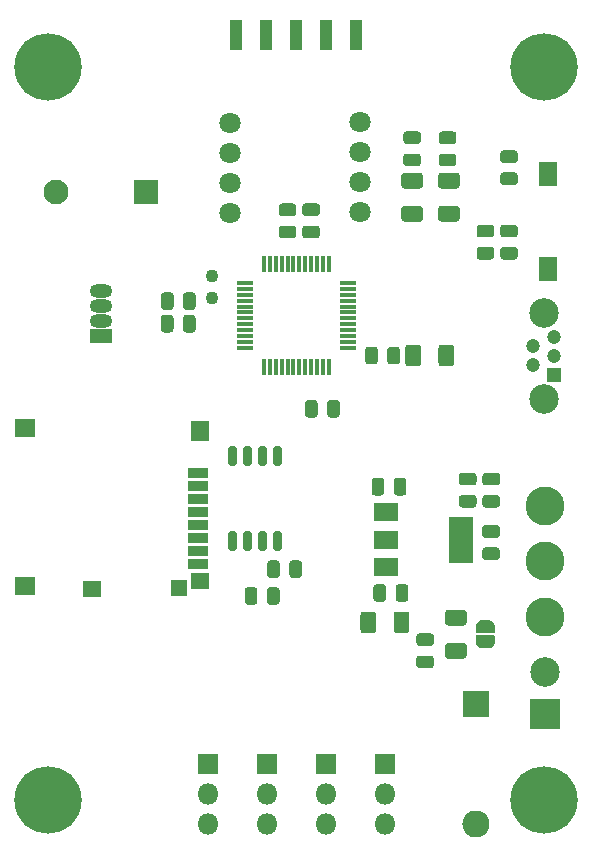
<source format=gts>
%TF.GenerationSoftware,KiCad,Pcbnew,(5.1.6-0-10_14)*%
%TF.CreationDate,2021-05-13T11:26:55+02:00*%
%TF.ProjectId,ControlUnit,436f6e74-726f-46c5-956e-69742e6b6963,rev?*%
%TF.SameCoordinates,Original*%
%TF.FileFunction,Soldermask,Top*%
%TF.FilePolarity,Negative*%
%FSLAX46Y46*%
G04 Gerber Fmt 4.6, Leading zero omitted, Abs format (unit mm)*
G04 Created by KiCad (PCBNEW (5.1.6-0-10_14)) date 2021-05-13 11:26:55*
%MOMM*%
%LPD*%
G01*
G04 APERTURE LIST*
%ADD10R,2.100000X2.100000*%
%ADD11C,2.100000*%
%ADD12R,1.900000X1.170000*%
%ADD13O,1.900000X1.170000*%
%ADD14R,2.500000X2.500000*%
%ADD15C,2.500000*%
%ADD16R,1.200000X1.200000*%
%ADD17C,1.200000*%
%ADD18R,1.800000X1.800000*%
%ADD19O,1.800000X1.800000*%
%ADD20C,1.800000*%
%ADD21R,1.600000X2.100000*%
%ADD22R,1.400000X0.350000*%
%ADD23R,0.350000X1.400000*%
%ADD24R,2.100000X3.900000*%
%ADD25R,2.100000X1.600000*%
%ADD26C,1.100000*%
%ADD27C,5.700000*%
%ADD28C,3.300000*%
%ADD29C,0.100000*%
%ADD30R,1.100000X2.600000*%
%ADD31R,1.700000X0.900000*%
%ADD32R,1.600000X1.390000*%
%ADD33R,1.400000X1.390000*%
%ADD34R,1.500000X1.390000*%
%ADD35R,1.800000X1.600000*%
%ADD36R,1.600000X1.800000*%
%ADD37R,2.300000X2.300000*%
%ADD38O,2.300000X2.300000*%
G04 APERTURE END LIST*
D10*
%TO.C,BZ1*%
X112268000Y-64516000D03*
D11*
X104668000Y-64516000D03*
%TD*%
%TO.C,C1*%
G36*
G01*
X127600000Y-83381250D02*
X127600000Y-82418750D01*
G75*
G02*
X127868750Y-82150000I268750J0D01*
G01*
X128406250Y-82150000D01*
G75*
G02*
X128675000Y-82418750I0J-268750D01*
G01*
X128675000Y-83381250D01*
G75*
G02*
X128406250Y-83650000I-268750J0D01*
G01*
X127868750Y-83650000D01*
G75*
G02*
X127600000Y-83381250I0J268750D01*
G01*
G37*
G36*
G01*
X125725000Y-83381250D02*
X125725000Y-82418750D01*
G75*
G02*
X125993750Y-82150000I268750J0D01*
G01*
X126531250Y-82150000D01*
G75*
G02*
X126800000Y-82418750I0J-268750D01*
G01*
X126800000Y-83381250D01*
G75*
G02*
X126531250Y-83650000I-268750J0D01*
G01*
X125993750Y-83650000D01*
G75*
G02*
X125725000Y-83381250I0J268750D01*
G01*
G37*
%TD*%
%TO.C,C4*%
G36*
G01*
X124731250Y-68475000D02*
X123768750Y-68475000D01*
G75*
G02*
X123500000Y-68206250I0J268750D01*
G01*
X123500000Y-67668750D01*
G75*
G02*
X123768750Y-67400000I268750J0D01*
G01*
X124731250Y-67400000D01*
G75*
G02*
X125000000Y-67668750I0J-268750D01*
G01*
X125000000Y-68206250D01*
G75*
G02*
X124731250Y-68475000I-268750J0D01*
G01*
G37*
G36*
G01*
X124731250Y-66600000D02*
X123768750Y-66600000D01*
G75*
G02*
X123500000Y-66331250I0J268750D01*
G01*
X123500000Y-65793750D01*
G75*
G02*
X123768750Y-65525000I268750J0D01*
G01*
X124731250Y-65525000D01*
G75*
G02*
X125000000Y-65793750I0J-268750D01*
G01*
X125000000Y-66331250D01*
G75*
G02*
X124731250Y-66600000I-268750J0D01*
G01*
G37*
%TD*%
%TO.C,C7*%
G36*
G01*
X125768750Y-65525000D02*
X126731250Y-65525000D01*
G75*
G02*
X127000000Y-65793750I0J-268750D01*
G01*
X127000000Y-66331250D01*
G75*
G02*
X126731250Y-66600000I-268750J0D01*
G01*
X125768750Y-66600000D01*
G75*
G02*
X125500000Y-66331250I0J268750D01*
G01*
X125500000Y-65793750D01*
G75*
G02*
X125768750Y-65525000I268750J0D01*
G01*
G37*
G36*
G01*
X125768750Y-67400000D02*
X126731250Y-67400000D01*
G75*
G02*
X127000000Y-67668750I0J-268750D01*
G01*
X127000000Y-68206250D01*
G75*
G02*
X126731250Y-68475000I-268750J0D01*
G01*
X125768750Y-68475000D01*
G75*
G02*
X125500000Y-68206250I0J268750D01*
G01*
X125500000Y-67668750D01*
G75*
G02*
X125768750Y-67400000I268750J0D01*
G01*
G37*
%TD*%
%TO.C,C8*%
G36*
G01*
X114600000Y-75218750D02*
X114600000Y-76181250D01*
G75*
G02*
X114331250Y-76450000I-268750J0D01*
G01*
X113793750Y-76450000D01*
G75*
G02*
X113525000Y-76181250I0J268750D01*
G01*
X113525000Y-75218750D01*
G75*
G02*
X113793750Y-74950000I268750J0D01*
G01*
X114331250Y-74950000D01*
G75*
G02*
X114600000Y-75218750I0J-268750D01*
G01*
G37*
G36*
G01*
X116475000Y-75218750D02*
X116475000Y-76181250D01*
G75*
G02*
X116206250Y-76450000I-268750J0D01*
G01*
X115668750Y-76450000D01*
G75*
G02*
X115400000Y-76181250I0J268750D01*
G01*
X115400000Y-75218750D01*
G75*
G02*
X115668750Y-74950000I268750J0D01*
G01*
X116206250Y-74950000D01*
G75*
G02*
X116475000Y-75218750I0J-268750D01*
G01*
G37*
%TD*%
%TO.C,C9*%
G36*
G01*
X133242000Y-89981250D02*
X133242000Y-89018750D01*
G75*
G02*
X133510750Y-88750000I268750J0D01*
G01*
X134048250Y-88750000D01*
G75*
G02*
X134317000Y-89018750I0J-268750D01*
G01*
X134317000Y-89981250D01*
G75*
G02*
X134048250Y-90250000I-268750J0D01*
G01*
X133510750Y-90250000D01*
G75*
G02*
X133242000Y-89981250I0J268750D01*
G01*
G37*
G36*
G01*
X131367000Y-89981250D02*
X131367000Y-89018750D01*
G75*
G02*
X131635750Y-88750000I268750J0D01*
G01*
X132173250Y-88750000D01*
G75*
G02*
X132442000Y-89018750I0J-268750D01*
G01*
X132442000Y-89981250D01*
G75*
G02*
X132173250Y-90250000I-268750J0D01*
G01*
X131635750Y-90250000D01*
G75*
G02*
X131367000Y-89981250I0J268750D01*
G01*
G37*
%TD*%
%TO.C,C19*%
G36*
G01*
X122525000Y-96981250D02*
X122525000Y-96018750D01*
G75*
G02*
X122793750Y-95750000I268750J0D01*
G01*
X123331250Y-95750000D01*
G75*
G02*
X123600000Y-96018750I0J-268750D01*
G01*
X123600000Y-96981250D01*
G75*
G02*
X123331250Y-97250000I-268750J0D01*
G01*
X122793750Y-97250000D01*
G75*
G02*
X122525000Y-96981250I0J268750D01*
G01*
G37*
G36*
G01*
X124400000Y-96981250D02*
X124400000Y-96018750D01*
G75*
G02*
X124668750Y-95750000I268750J0D01*
G01*
X125206250Y-95750000D01*
G75*
G02*
X125475000Y-96018750I0J-268750D01*
G01*
X125475000Y-96981250D01*
G75*
G02*
X125206250Y-97250000I-268750J0D01*
G01*
X124668750Y-97250000D01*
G75*
G02*
X124400000Y-96981250I0J268750D01*
G01*
G37*
%TD*%
D12*
%TO.C,D2*%
X108458000Y-76708000D03*
D13*
X108458000Y-75438000D03*
X108458000Y-74168000D03*
X108458000Y-72898000D03*
%TD*%
%TO.C,F1*%
G36*
G01*
X130425000Y-101655000D02*
X130425000Y-100345000D01*
G75*
G02*
X130695000Y-100075000I270000J0D01*
G01*
X131505000Y-100075000D01*
G75*
G02*
X131775000Y-100345000I0J-270000D01*
G01*
X131775000Y-101655000D01*
G75*
G02*
X131505000Y-101925000I-270000J0D01*
G01*
X130695000Y-101925000D01*
G75*
G02*
X130425000Y-101655000I0J270000D01*
G01*
G37*
G36*
G01*
X133225000Y-101655000D02*
X133225000Y-100345000D01*
G75*
G02*
X133495000Y-100075000I270000J0D01*
G01*
X134305000Y-100075000D01*
G75*
G02*
X134575000Y-100345000I0J-270000D01*
G01*
X134575000Y-101655000D01*
G75*
G02*
X134305000Y-101925000I-270000J0D01*
G01*
X133495000Y-101925000D01*
G75*
G02*
X133225000Y-101655000I0J270000D01*
G01*
G37*
%TD*%
D14*
%TO.C,J1*%
X146050000Y-108712000D03*
D15*
X146050000Y-105212000D03*
%TD*%
D16*
%TO.C,J2*%
X146812000Y-80010000D03*
D17*
X145062000Y-79210000D03*
X146812000Y-78410000D03*
X145062000Y-77610000D03*
X146812000Y-76810000D03*
D15*
X145937000Y-82060000D03*
X145937000Y-74760000D03*
%TD*%
D18*
%TO.C,J7*%
X117500000Y-113000000D03*
D19*
X117500000Y-115540000D03*
X117500000Y-118080000D03*
%TD*%
D20*
%TO.C,J8*%
X119380000Y-58674000D03*
X119380000Y-61214000D03*
X119380000Y-63754000D03*
X119380000Y-66294000D03*
%TD*%
D19*
%TO.C,J9*%
X122500000Y-118080000D03*
X122500000Y-115540000D03*
D18*
X122500000Y-113000000D03*
%TD*%
%TO.C,J10*%
X127500000Y-113000000D03*
D19*
X127500000Y-115540000D03*
X127500000Y-118080000D03*
%TD*%
%TO.C,L1*%
G36*
G01*
X113525000Y-74281250D02*
X113525000Y-73318750D01*
G75*
G02*
X113793750Y-73050000I268750J0D01*
G01*
X114331250Y-73050000D01*
G75*
G02*
X114600000Y-73318750I0J-268750D01*
G01*
X114600000Y-74281250D01*
G75*
G02*
X114331250Y-74550000I-268750J0D01*
G01*
X113793750Y-74550000D01*
G75*
G02*
X113525000Y-74281250I0J268750D01*
G01*
G37*
G36*
G01*
X115400000Y-74281250D02*
X115400000Y-73318750D01*
G75*
G02*
X115668750Y-73050000I268750J0D01*
G01*
X116206250Y-73050000D01*
G75*
G02*
X116475000Y-73318750I0J-268750D01*
G01*
X116475000Y-74281250D01*
G75*
G02*
X116206250Y-74550000I-268750J0D01*
G01*
X115668750Y-74550000D01*
G75*
G02*
X115400000Y-74281250I0J268750D01*
G01*
G37*
%TD*%
%TO.C,R3*%
G36*
G01*
X140518750Y-69200000D02*
X141481250Y-69200000D01*
G75*
G02*
X141750000Y-69468750I0J-268750D01*
G01*
X141750000Y-70006250D01*
G75*
G02*
X141481250Y-70275000I-268750J0D01*
G01*
X140518750Y-70275000D01*
G75*
G02*
X140250000Y-70006250I0J268750D01*
G01*
X140250000Y-69468750D01*
G75*
G02*
X140518750Y-69200000I268750J0D01*
G01*
G37*
G36*
G01*
X140518750Y-67325000D02*
X141481250Y-67325000D01*
G75*
G02*
X141750000Y-67593750I0J-268750D01*
G01*
X141750000Y-68131250D01*
G75*
G02*
X141481250Y-68400000I-268750J0D01*
G01*
X140518750Y-68400000D01*
G75*
G02*
X140250000Y-68131250I0J268750D01*
G01*
X140250000Y-67593750D01*
G75*
G02*
X140518750Y-67325000I268750J0D01*
G01*
G37*
%TD*%
%TO.C,R7*%
G36*
G01*
X143483250Y-63975000D02*
X142520750Y-63975000D01*
G75*
G02*
X142252000Y-63706250I0J268750D01*
G01*
X142252000Y-63168750D01*
G75*
G02*
X142520750Y-62900000I268750J0D01*
G01*
X143483250Y-62900000D01*
G75*
G02*
X143752000Y-63168750I0J-268750D01*
G01*
X143752000Y-63706250D01*
G75*
G02*
X143483250Y-63975000I-268750J0D01*
G01*
G37*
G36*
G01*
X143483250Y-62100000D02*
X142520750Y-62100000D01*
G75*
G02*
X142252000Y-61831250I0J268750D01*
G01*
X142252000Y-61293750D01*
G75*
G02*
X142520750Y-61025000I268750J0D01*
G01*
X143483250Y-61025000D01*
G75*
G02*
X143752000Y-61293750I0J-268750D01*
G01*
X143752000Y-61831250D01*
G75*
G02*
X143483250Y-62100000I-268750J0D01*
G01*
G37*
%TD*%
D21*
%TO.C,SW2*%
X146304000Y-71056000D03*
X146304000Y-63056000D03*
%TD*%
D22*
%TO.C,U1*%
X120650000Y-72250000D03*
X120650000Y-72750000D03*
X120650000Y-73250000D03*
X120650000Y-73750000D03*
X120650000Y-74250000D03*
X120650000Y-74750000D03*
X120650000Y-75250000D03*
X120650000Y-75750000D03*
X120650000Y-76250000D03*
X120650000Y-76750000D03*
X120650000Y-77250000D03*
X120650000Y-77750000D03*
D23*
X122250000Y-79350000D03*
X122750000Y-79350000D03*
X123250000Y-79350000D03*
X123750000Y-79350000D03*
X124250000Y-79350000D03*
X124750000Y-79350000D03*
X125250000Y-79350000D03*
X125750000Y-79350000D03*
X126250000Y-79350000D03*
X126750000Y-79350000D03*
X127250000Y-79350000D03*
X127750000Y-79350000D03*
D22*
X129350000Y-77750000D03*
X129350000Y-77250000D03*
X129350000Y-76750000D03*
X129350000Y-76250000D03*
X129350000Y-75750000D03*
X129350000Y-75250000D03*
X129350000Y-74750000D03*
X129350000Y-74250000D03*
X129350000Y-73750000D03*
X129350000Y-73250000D03*
X129350000Y-72750000D03*
X129350000Y-72250000D03*
D23*
X127750000Y-70650000D03*
X127250000Y-70650000D03*
X126750000Y-70650000D03*
X126250000Y-70650000D03*
X125750000Y-70650000D03*
X125250000Y-70650000D03*
X124750000Y-70650000D03*
X124250000Y-70650000D03*
X123750000Y-70650000D03*
X123250000Y-70650000D03*
X122750000Y-70650000D03*
X122250000Y-70650000D03*
%TD*%
D24*
%TO.C,U3*%
X138900000Y-93980000D03*
D25*
X132600000Y-93980000D03*
X132600000Y-96280000D03*
X132600000Y-91680000D03*
%TD*%
%TO.C,U6*%
G36*
G01*
X123230000Y-86050000D02*
X123580000Y-86050000D01*
G75*
G02*
X123755000Y-86225000I0J-175000D01*
G01*
X123755000Y-87575000D01*
G75*
G02*
X123580000Y-87750000I-175000J0D01*
G01*
X123230000Y-87750000D01*
G75*
G02*
X123055000Y-87575000I0J175000D01*
G01*
X123055000Y-86225000D01*
G75*
G02*
X123230000Y-86050000I175000J0D01*
G01*
G37*
G36*
G01*
X121960000Y-86050000D02*
X122310000Y-86050000D01*
G75*
G02*
X122485000Y-86225000I0J-175000D01*
G01*
X122485000Y-87575000D01*
G75*
G02*
X122310000Y-87750000I-175000J0D01*
G01*
X121960000Y-87750000D01*
G75*
G02*
X121785000Y-87575000I0J175000D01*
G01*
X121785000Y-86225000D01*
G75*
G02*
X121960000Y-86050000I175000J0D01*
G01*
G37*
G36*
G01*
X120690000Y-86050000D02*
X121040000Y-86050000D01*
G75*
G02*
X121215000Y-86225000I0J-175000D01*
G01*
X121215000Y-87575000D01*
G75*
G02*
X121040000Y-87750000I-175000J0D01*
G01*
X120690000Y-87750000D01*
G75*
G02*
X120515000Y-87575000I0J175000D01*
G01*
X120515000Y-86225000D01*
G75*
G02*
X120690000Y-86050000I175000J0D01*
G01*
G37*
G36*
G01*
X119420000Y-86050000D02*
X119770000Y-86050000D01*
G75*
G02*
X119945000Y-86225000I0J-175000D01*
G01*
X119945000Y-87575000D01*
G75*
G02*
X119770000Y-87750000I-175000J0D01*
G01*
X119420000Y-87750000D01*
G75*
G02*
X119245000Y-87575000I0J175000D01*
G01*
X119245000Y-86225000D01*
G75*
G02*
X119420000Y-86050000I175000J0D01*
G01*
G37*
G36*
G01*
X119420000Y-93250000D02*
X119770000Y-93250000D01*
G75*
G02*
X119945000Y-93425000I0J-175000D01*
G01*
X119945000Y-94775000D01*
G75*
G02*
X119770000Y-94950000I-175000J0D01*
G01*
X119420000Y-94950000D01*
G75*
G02*
X119245000Y-94775000I0J175000D01*
G01*
X119245000Y-93425000D01*
G75*
G02*
X119420000Y-93250000I175000J0D01*
G01*
G37*
G36*
G01*
X120690000Y-93250000D02*
X121040000Y-93250000D01*
G75*
G02*
X121215000Y-93425000I0J-175000D01*
G01*
X121215000Y-94775000D01*
G75*
G02*
X121040000Y-94950000I-175000J0D01*
G01*
X120690000Y-94950000D01*
G75*
G02*
X120515000Y-94775000I0J175000D01*
G01*
X120515000Y-93425000D01*
G75*
G02*
X120690000Y-93250000I175000J0D01*
G01*
G37*
G36*
G01*
X121960000Y-93250000D02*
X122310000Y-93250000D01*
G75*
G02*
X122485000Y-93425000I0J-175000D01*
G01*
X122485000Y-94775000D01*
G75*
G02*
X122310000Y-94950000I-175000J0D01*
G01*
X121960000Y-94950000D01*
G75*
G02*
X121785000Y-94775000I0J175000D01*
G01*
X121785000Y-93425000D01*
G75*
G02*
X121960000Y-93250000I175000J0D01*
G01*
G37*
G36*
G01*
X123230000Y-93250000D02*
X123580000Y-93250000D01*
G75*
G02*
X123755000Y-93425000I0J-175000D01*
G01*
X123755000Y-94775000D01*
G75*
G02*
X123580000Y-94950000I-175000J0D01*
G01*
X123230000Y-94950000D01*
G75*
G02*
X123055000Y-94775000I0J175000D01*
G01*
X123055000Y-93425000D01*
G75*
G02*
X123230000Y-93250000I175000J0D01*
G01*
G37*
%TD*%
D26*
%TO.C,Y1*%
X117856000Y-71628000D03*
X117856000Y-73528000D03*
%TD*%
D27*
%TO.C,H1*%
X104000000Y-54000000D03*
%TD*%
%TO.C,H2*%
X146000000Y-54000000D03*
%TD*%
%TO.C,H3*%
X104000000Y-116000000D03*
%TD*%
%TO.C,H4*%
X146000000Y-116000000D03*
%TD*%
D28*
%TO.C,SW1*%
X146050000Y-95800000D03*
X146050000Y-100500000D03*
X146050000Y-91100000D03*
%TD*%
%TO.C,D3*%
G36*
G01*
X135575000Y-77745000D02*
X135575000Y-79055000D01*
G75*
G02*
X135305000Y-79325000I-270000J0D01*
G01*
X134495000Y-79325000D01*
G75*
G02*
X134225000Y-79055000I0J270000D01*
G01*
X134225000Y-77745000D01*
G75*
G02*
X134495000Y-77475000I270000J0D01*
G01*
X135305000Y-77475000D01*
G75*
G02*
X135575000Y-77745000I0J-270000D01*
G01*
G37*
G36*
G01*
X138375000Y-77745000D02*
X138375000Y-79055000D01*
G75*
G02*
X138105000Y-79325000I-270000J0D01*
G01*
X137295000Y-79325000D01*
G75*
G02*
X137025000Y-79055000I0J270000D01*
G01*
X137025000Y-77745000D01*
G75*
G02*
X137295000Y-77475000I270000J0D01*
G01*
X138105000Y-77475000D01*
G75*
G02*
X138375000Y-77745000I0J-270000D01*
G01*
G37*
%TD*%
%TO.C,D4*%
G36*
G01*
X138571000Y-67067000D02*
X137261000Y-67067000D01*
G75*
G02*
X136991000Y-66797000I0J270000D01*
G01*
X136991000Y-65987000D01*
G75*
G02*
X137261000Y-65717000I270000J0D01*
G01*
X138571000Y-65717000D01*
G75*
G02*
X138841000Y-65987000I0J-270000D01*
G01*
X138841000Y-66797000D01*
G75*
G02*
X138571000Y-67067000I-270000J0D01*
G01*
G37*
G36*
G01*
X138571000Y-64267000D02*
X137261000Y-64267000D01*
G75*
G02*
X136991000Y-63997000I0J270000D01*
G01*
X136991000Y-63187000D01*
G75*
G02*
X137261000Y-62917000I270000J0D01*
G01*
X138571000Y-62917000D01*
G75*
G02*
X138841000Y-63187000I0J-270000D01*
G01*
X138841000Y-63997000D01*
G75*
G02*
X138571000Y-64267000I-270000J0D01*
G01*
G37*
%TD*%
%TO.C,R8*%
G36*
G01*
X140996750Y-94634000D02*
X141959250Y-94634000D01*
G75*
G02*
X142228000Y-94902750I0J-268750D01*
G01*
X142228000Y-95440250D01*
G75*
G02*
X141959250Y-95709000I-268750J0D01*
G01*
X140996750Y-95709000D01*
G75*
G02*
X140728000Y-95440250I0J268750D01*
G01*
X140728000Y-94902750D01*
G75*
G02*
X140996750Y-94634000I268750J0D01*
G01*
G37*
G36*
G01*
X140996750Y-92759000D02*
X141959250Y-92759000D01*
G75*
G02*
X142228000Y-93027750I0J-268750D01*
G01*
X142228000Y-93565250D01*
G75*
G02*
X141959250Y-93834000I-268750J0D01*
G01*
X140996750Y-93834000D01*
G75*
G02*
X140728000Y-93565250I0J268750D01*
G01*
X140728000Y-93027750D01*
G75*
G02*
X140996750Y-92759000I268750J0D01*
G01*
G37*
%TD*%
%TO.C,R9*%
G36*
G01*
X141981250Y-91275000D02*
X141018750Y-91275000D01*
G75*
G02*
X140750000Y-91006250I0J268750D01*
G01*
X140750000Y-90468750D01*
G75*
G02*
X141018750Y-90200000I268750J0D01*
G01*
X141981250Y-90200000D01*
G75*
G02*
X142250000Y-90468750I0J-268750D01*
G01*
X142250000Y-91006250D01*
G75*
G02*
X141981250Y-91275000I-268750J0D01*
G01*
G37*
G36*
G01*
X141981250Y-89400000D02*
X141018750Y-89400000D01*
G75*
G02*
X140750000Y-89131250I0J268750D01*
G01*
X140750000Y-88593750D01*
G75*
G02*
X141018750Y-88325000I268750J0D01*
G01*
X141981250Y-88325000D01*
G75*
G02*
X142250000Y-88593750I0J-268750D01*
G01*
X142250000Y-89131250D01*
G75*
G02*
X141981250Y-89400000I-268750J0D01*
G01*
G37*
%TD*%
%TO.C,R10*%
G36*
G01*
X130825000Y-78881250D02*
X130825000Y-77918750D01*
G75*
G02*
X131093750Y-77650000I268750J0D01*
G01*
X131631250Y-77650000D01*
G75*
G02*
X131900000Y-77918750I0J-268750D01*
G01*
X131900000Y-78881250D01*
G75*
G02*
X131631250Y-79150000I-268750J0D01*
G01*
X131093750Y-79150000D01*
G75*
G02*
X130825000Y-78881250I0J268750D01*
G01*
G37*
G36*
G01*
X132700000Y-78881250D02*
X132700000Y-77918750D01*
G75*
G02*
X132968750Y-77650000I268750J0D01*
G01*
X133506250Y-77650000D01*
G75*
G02*
X133775000Y-77918750I0J-268750D01*
G01*
X133775000Y-78881250D01*
G75*
G02*
X133506250Y-79150000I-268750J0D01*
G01*
X132968750Y-79150000D01*
G75*
G02*
X132700000Y-78881250I0J268750D01*
G01*
G37*
%TD*%
%TO.C,R11*%
G36*
G01*
X137318750Y-61300000D02*
X138281250Y-61300000D01*
G75*
G02*
X138550000Y-61568750I0J-268750D01*
G01*
X138550000Y-62106250D01*
G75*
G02*
X138281250Y-62375000I-268750J0D01*
G01*
X137318750Y-62375000D01*
G75*
G02*
X137050000Y-62106250I0J268750D01*
G01*
X137050000Y-61568750D01*
G75*
G02*
X137318750Y-61300000I268750J0D01*
G01*
G37*
G36*
G01*
X137318750Y-59425000D02*
X138281250Y-59425000D01*
G75*
G02*
X138550000Y-59693750I0J-268750D01*
G01*
X138550000Y-60231250D01*
G75*
G02*
X138281250Y-60500000I-268750J0D01*
G01*
X137318750Y-60500000D01*
G75*
G02*
X137050000Y-60231250I0J268750D01*
G01*
X137050000Y-59693750D01*
G75*
G02*
X137318750Y-59425000I268750J0D01*
G01*
G37*
%TD*%
%TO.C,R12*%
G36*
G01*
X134318750Y-59425000D02*
X135281250Y-59425000D01*
G75*
G02*
X135550000Y-59693750I0J-268750D01*
G01*
X135550000Y-60231250D01*
G75*
G02*
X135281250Y-60500000I-268750J0D01*
G01*
X134318750Y-60500000D01*
G75*
G02*
X134050000Y-60231250I0J268750D01*
G01*
X134050000Y-59693750D01*
G75*
G02*
X134318750Y-59425000I268750J0D01*
G01*
G37*
G36*
G01*
X134318750Y-61300000D02*
X135281250Y-61300000D01*
G75*
G02*
X135550000Y-61568750I0J-268750D01*
G01*
X135550000Y-62106250D01*
G75*
G02*
X135281250Y-62375000I-268750J0D01*
G01*
X134318750Y-62375000D01*
G75*
G02*
X134050000Y-62106250I0J268750D01*
G01*
X134050000Y-61568750D01*
G75*
G02*
X134318750Y-61300000I268750J0D01*
G01*
G37*
%TD*%
%TO.C,D6*%
G36*
G01*
X137845000Y-99925000D02*
X139155000Y-99925000D01*
G75*
G02*
X139425000Y-100195000I0J-270000D01*
G01*
X139425000Y-101005000D01*
G75*
G02*
X139155000Y-101275000I-270000J0D01*
G01*
X137845000Y-101275000D01*
G75*
G02*
X137575000Y-101005000I0J270000D01*
G01*
X137575000Y-100195000D01*
G75*
G02*
X137845000Y-99925000I270000J0D01*
G01*
G37*
G36*
G01*
X137845000Y-102725000D02*
X139155000Y-102725000D01*
G75*
G02*
X139425000Y-102995000I0J-270000D01*
G01*
X139425000Y-103805000D01*
G75*
G02*
X139155000Y-104075000I-270000J0D01*
G01*
X137845000Y-104075000D01*
G75*
G02*
X137575000Y-103805000I0J270000D01*
G01*
X137575000Y-102995000D01*
G75*
G02*
X137845000Y-102725000I270000J0D01*
G01*
G37*
%TD*%
D29*
%TO.C,JP1*%
G36*
X141799398Y-102656111D02*
G01*
X141799398Y-102674534D01*
X141799157Y-102679435D01*
X141794347Y-102728266D01*
X141793627Y-102733119D01*
X141784055Y-102781244D01*
X141782863Y-102786005D01*
X141768619Y-102832960D01*
X141766966Y-102837579D01*
X141748189Y-102882912D01*
X141746091Y-102887349D01*
X141722960Y-102930622D01*
X141720438Y-102934829D01*
X141693178Y-102975628D01*
X141690254Y-102979570D01*
X141659126Y-103017499D01*
X141655831Y-103021134D01*
X141621134Y-103055831D01*
X141617499Y-103059126D01*
X141579570Y-103090254D01*
X141575628Y-103093178D01*
X141534829Y-103120438D01*
X141530622Y-103122960D01*
X141487349Y-103146091D01*
X141482912Y-103148189D01*
X141437579Y-103166966D01*
X141432960Y-103168619D01*
X141386005Y-103182863D01*
X141381244Y-103184055D01*
X141333119Y-103193627D01*
X141328266Y-103194347D01*
X141279435Y-103199157D01*
X141274534Y-103199398D01*
X141256111Y-103199398D01*
X141250000Y-103200000D01*
X140750000Y-103200000D01*
X140743889Y-103199398D01*
X140725466Y-103199398D01*
X140720565Y-103199157D01*
X140671734Y-103194347D01*
X140666881Y-103193627D01*
X140618756Y-103184055D01*
X140613995Y-103182863D01*
X140567040Y-103168619D01*
X140562421Y-103166966D01*
X140517088Y-103148189D01*
X140512651Y-103146091D01*
X140469378Y-103122960D01*
X140465171Y-103120438D01*
X140424372Y-103093178D01*
X140420430Y-103090254D01*
X140382501Y-103059126D01*
X140378866Y-103055831D01*
X140344169Y-103021134D01*
X140340874Y-103017499D01*
X140309746Y-102979570D01*
X140306822Y-102975628D01*
X140279562Y-102934829D01*
X140277040Y-102930622D01*
X140253909Y-102887349D01*
X140251811Y-102882912D01*
X140233034Y-102837579D01*
X140231381Y-102832960D01*
X140217137Y-102786005D01*
X140215945Y-102781244D01*
X140206373Y-102733119D01*
X140205653Y-102728266D01*
X140200843Y-102679435D01*
X140200602Y-102674534D01*
X140200602Y-102656111D01*
X140200000Y-102650000D01*
X140200000Y-102150000D01*
X140200961Y-102140245D01*
X140203806Y-102130866D01*
X140208427Y-102122221D01*
X140214645Y-102114645D01*
X140222221Y-102108427D01*
X140230866Y-102103806D01*
X140240245Y-102100961D01*
X140250000Y-102100000D01*
X141750000Y-102100000D01*
X141759755Y-102100961D01*
X141769134Y-102103806D01*
X141777779Y-102108427D01*
X141785355Y-102114645D01*
X141791573Y-102122221D01*
X141796194Y-102130866D01*
X141799039Y-102140245D01*
X141800000Y-102150000D01*
X141800000Y-102650000D01*
X141799398Y-102656111D01*
G37*
G36*
X141799039Y-101859755D02*
G01*
X141796194Y-101869134D01*
X141791573Y-101877779D01*
X141785355Y-101885355D01*
X141777779Y-101891573D01*
X141769134Y-101896194D01*
X141759755Y-101899039D01*
X141750000Y-101900000D01*
X140250000Y-101900000D01*
X140240245Y-101899039D01*
X140230866Y-101896194D01*
X140222221Y-101891573D01*
X140214645Y-101885355D01*
X140208427Y-101877779D01*
X140203806Y-101869134D01*
X140200961Y-101859755D01*
X140200000Y-101850000D01*
X140200000Y-101350000D01*
X140200602Y-101343889D01*
X140200602Y-101325466D01*
X140200843Y-101320565D01*
X140205653Y-101271734D01*
X140206373Y-101266881D01*
X140215945Y-101218756D01*
X140217137Y-101213995D01*
X140231381Y-101167040D01*
X140233034Y-101162421D01*
X140251811Y-101117088D01*
X140253909Y-101112651D01*
X140277040Y-101069378D01*
X140279562Y-101065171D01*
X140306822Y-101024372D01*
X140309746Y-101020430D01*
X140340874Y-100982501D01*
X140344169Y-100978866D01*
X140378866Y-100944169D01*
X140382501Y-100940874D01*
X140420430Y-100909746D01*
X140424372Y-100906822D01*
X140465171Y-100879562D01*
X140469378Y-100877040D01*
X140512651Y-100853909D01*
X140517088Y-100851811D01*
X140562421Y-100833034D01*
X140567040Y-100831381D01*
X140613995Y-100817137D01*
X140618756Y-100815945D01*
X140666881Y-100806373D01*
X140671734Y-100805653D01*
X140720565Y-100800843D01*
X140725466Y-100800602D01*
X140743889Y-100800602D01*
X140750000Y-100800000D01*
X141250000Y-100800000D01*
X141256111Y-100800602D01*
X141274534Y-100800602D01*
X141279435Y-100800843D01*
X141328266Y-100805653D01*
X141333119Y-100806373D01*
X141381244Y-100815945D01*
X141386005Y-100817137D01*
X141432960Y-100831381D01*
X141437579Y-100833034D01*
X141482912Y-100851811D01*
X141487349Y-100853909D01*
X141530622Y-100877040D01*
X141534829Y-100879562D01*
X141575628Y-100906822D01*
X141579570Y-100909746D01*
X141617499Y-100940874D01*
X141621134Y-100944169D01*
X141655831Y-100978866D01*
X141659126Y-100982501D01*
X141690254Y-101020430D01*
X141693178Y-101024372D01*
X141720438Y-101065171D01*
X141722960Y-101069378D01*
X141746091Y-101112651D01*
X141748189Y-101117088D01*
X141766966Y-101162421D01*
X141768619Y-101167040D01*
X141782863Y-101213995D01*
X141784055Y-101218756D01*
X141793627Y-101266881D01*
X141794347Y-101271734D01*
X141799157Y-101320565D01*
X141799398Y-101325466D01*
X141799398Y-101343889D01*
X141800000Y-101350000D01*
X141800000Y-101850000D01*
X141799039Y-101859755D01*
G37*
%TD*%
%TO.C,R13*%
G36*
G01*
X135418750Y-101925000D02*
X136381250Y-101925000D01*
G75*
G02*
X136650000Y-102193750I0J-268750D01*
G01*
X136650000Y-102731250D01*
G75*
G02*
X136381250Y-103000000I-268750J0D01*
G01*
X135418750Y-103000000D01*
G75*
G02*
X135150000Y-102731250I0J268750D01*
G01*
X135150000Y-102193750D01*
G75*
G02*
X135418750Y-101925000I268750J0D01*
G01*
G37*
G36*
G01*
X135418750Y-103800000D02*
X136381250Y-103800000D01*
G75*
G02*
X136650000Y-104068750I0J-268750D01*
G01*
X136650000Y-104606250D01*
G75*
G02*
X136381250Y-104875000I-268750J0D01*
G01*
X135418750Y-104875000D01*
G75*
G02*
X135150000Y-104606250I0J268750D01*
G01*
X135150000Y-104068750D01*
G75*
G02*
X135418750Y-103800000I268750J0D01*
G01*
G37*
%TD*%
%TO.C,C10*%
G36*
G01*
X131525000Y-98981250D02*
X131525000Y-98018750D01*
G75*
G02*
X131793750Y-97750000I268750J0D01*
G01*
X132331250Y-97750000D01*
G75*
G02*
X132600000Y-98018750I0J-268750D01*
G01*
X132600000Y-98981250D01*
G75*
G02*
X132331250Y-99250000I-268750J0D01*
G01*
X131793750Y-99250000D01*
G75*
G02*
X131525000Y-98981250I0J268750D01*
G01*
G37*
G36*
G01*
X133400000Y-98981250D02*
X133400000Y-98018750D01*
G75*
G02*
X133668750Y-97750000I268750J0D01*
G01*
X134206250Y-97750000D01*
G75*
G02*
X134475000Y-98018750I0J-268750D01*
G01*
X134475000Y-98981250D01*
G75*
G02*
X134206250Y-99250000I-268750J0D01*
G01*
X133668750Y-99250000D01*
G75*
G02*
X133400000Y-98981250I0J268750D01*
G01*
G37*
%TD*%
D18*
%TO.C,J12*%
X132500000Y-113000000D03*
D19*
X132500000Y-115540000D03*
X132500000Y-118080000D03*
%TD*%
%TO.C,D5*%
G36*
G01*
X135455000Y-67075000D02*
X134145000Y-67075000D01*
G75*
G02*
X133875000Y-66805000I0J270000D01*
G01*
X133875000Y-65995000D01*
G75*
G02*
X134145000Y-65725000I270000J0D01*
G01*
X135455000Y-65725000D01*
G75*
G02*
X135725000Y-65995000I0J-270000D01*
G01*
X135725000Y-66805000D01*
G75*
G02*
X135455000Y-67075000I-270000J0D01*
G01*
G37*
G36*
G01*
X135455000Y-64275000D02*
X134145000Y-64275000D01*
G75*
G02*
X133875000Y-64005000I0J270000D01*
G01*
X133875000Y-63195000D01*
G75*
G02*
X134145000Y-62925000I270000J0D01*
G01*
X135455000Y-62925000D01*
G75*
G02*
X135725000Y-63195000I0J-270000D01*
G01*
X135725000Y-64005000D01*
G75*
G02*
X135455000Y-64275000I-270000J0D01*
G01*
G37*
%TD*%
%TO.C,R15*%
G36*
G01*
X123575000Y-98268750D02*
X123575000Y-99231250D01*
G75*
G02*
X123306250Y-99500000I-268750J0D01*
G01*
X122768750Y-99500000D01*
G75*
G02*
X122500000Y-99231250I0J268750D01*
G01*
X122500000Y-98268750D01*
G75*
G02*
X122768750Y-98000000I268750J0D01*
G01*
X123306250Y-98000000D01*
G75*
G02*
X123575000Y-98268750I0J-268750D01*
G01*
G37*
G36*
G01*
X121700000Y-98268750D02*
X121700000Y-99231250D01*
G75*
G02*
X121431250Y-99500000I-268750J0D01*
G01*
X120893750Y-99500000D01*
G75*
G02*
X120625000Y-99231250I0J268750D01*
G01*
X120625000Y-98268750D01*
G75*
G02*
X120893750Y-98000000I268750J0D01*
G01*
X121431250Y-98000000D01*
G75*
G02*
X121700000Y-98268750I0J-268750D01*
G01*
G37*
%TD*%
D30*
%TO.C,J3*%
X119920000Y-51300000D03*
X122460000Y-51300000D03*
X125000000Y-51300000D03*
X127540000Y-51300000D03*
X130080000Y-51300000D03*
%TD*%
%TO.C,C21*%
G36*
G01*
X143481250Y-70275000D02*
X142518750Y-70275000D01*
G75*
G02*
X142250000Y-70006250I0J268750D01*
G01*
X142250000Y-69468750D01*
G75*
G02*
X142518750Y-69200000I268750J0D01*
G01*
X143481250Y-69200000D01*
G75*
G02*
X143750000Y-69468750I0J-268750D01*
G01*
X143750000Y-70006250D01*
G75*
G02*
X143481250Y-70275000I-268750J0D01*
G01*
G37*
G36*
G01*
X143481250Y-68400000D02*
X142518750Y-68400000D01*
G75*
G02*
X142250000Y-68131250I0J268750D01*
G01*
X142250000Y-67593750D01*
G75*
G02*
X142518750Y-67325000I268750J0D01*
G01*
X143481250Y-67325000D01*
G75*
G02*
X143750000Y-67593750I0J-268750D01*
G01*
X143750000Y-68131250D01*
G75*
G02*
X143481250Y-68400000I-268750J0D01*
G01*
G37*
%TD*%
D31*
%TO.C,J6*%
X116700000Y-96030000D03*
D32*
X116800000Y-97500000D03*
D33*
X115100000Y-98100000D03*
D34*
X107700000Y-98200000D03*
D35*
X102000000Y-97900000D03*
D31*
X116700000Y-94930000D03*
X116700000Y-93830000D03*
X116700000Y-92730000D03*
X116700000Y-91630000D03*
X116700000Y-90530000D03*
X116700000Y-89430000D03*
X116700000Y-88330000D03*
D35*
X102000000Y-84500000D03*
D36*
X116800000Y-84800000D03*
%TD*%
D20*
%TO.C,J11*%
X130400000Y-58600000D03*
X130400000Y-61140000D03*
X130400000Y-63680000D03*
X130400000Y-66220000D03*
%TD*%
%TO.C,C22*%
G36*
G01*
X139981250Y-91275000D02*
X139018750Y-91275000D01*
G75*
G02*
X138750000Y-91006250I0J268750D01*
G01*
X138750000Y-90468750D01*
G75*
G02*
X139018750Y-90200000I268750J0D01*
G01*
X139981250Y-90200000D01*
G75*
G02*
X140250000Y-90468750I0J-268750D01*
G01*
X140250000Y-91006250D01*
G75*
G02*
X139981250Y-91275000I-268750J0D01*
G01*
G37*
G36*
G01*
X139981250Y-89400000D02*
X139018750Y-89400000D01*
G75*
G02*
X138750000Y-89131250I0J268750D01*
G01*
X138750000Y-88593750D01*
G75*
G02*
X139018750Y-88325000I268750J0D01*
G01*
X139981250Y-88325000D01*
G75*
G02*
X140250000Y-88593750I0J-268750D01*
G01*
X140250000Y-89131250D01*
G75*
G02*
X139981250Y-89400000I-268750J0D01*
G01*
G37*
%TD*%
D37*
%TO.C,D1*%
X140200000Y-107900000D03*
D38*
X140200000Y-118060000D03*
%TD*%
M02*

</source>
